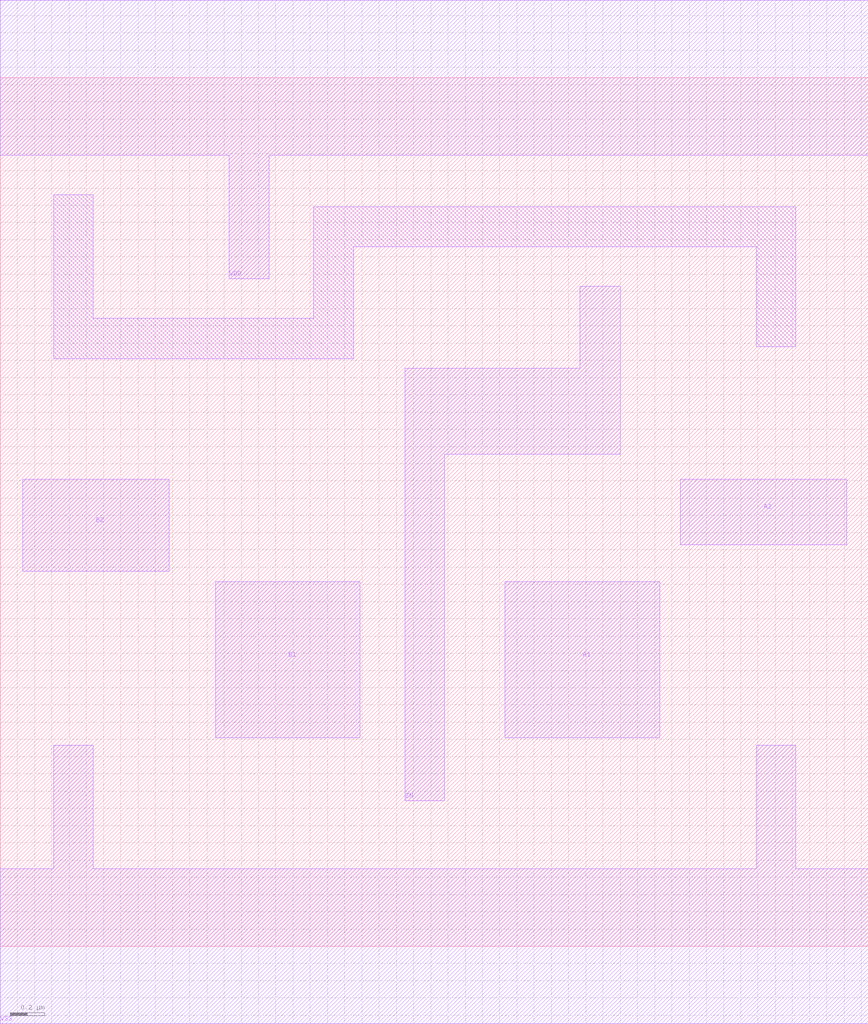
<source format=lef>
# Copyright 2022 GlobalFoundries PDK Authors
#
# Licensed under the Apache License, Version 2.0 (the "License");
# you may not use this file except in compliance with the License.
# You may obtain a copy of the License at
#
#      http://www.apache.org/licenses/LICENSE-2.0
#
# Unless required by applicable law or agreed to in writing, software
# distributed under the License is distributed on an "AS IS" BASIS,
# WITHOUT WARRANTIES OR CONDITIONS OF ANY KIND, either express or implied.
# See the License for the specific language governing permissions and
# limitations under the License.

MACRO gf180mcu_fd_sc_mcu9t5v0__aoi22_1
  CLASS core ;
  FOREIGN gf180mcu_fd_sc_mcu9t5v0__aoi22_1 0.0 0.0 ;
  ORIGIN 0 0 ;
  SYMMETRY X Y ;
  SITE GF018hv5v_green_sc9 ;
  SIZE 5.04 BY 5.04 ;
  PIN A1
    DIRECTION INPUT ;
    ANTENNAGATEAREA 1.707 ;
    PORT
      LAYER METAL1 ;
        POLYGON 2.93 1.21 3.83 1.21 3.83 2.115 2.93 2.115  ;
    END
  END A1
  PIN A2
    DIRECTION INPUT ;
    ANTENNAGATEAREA 1.707 ;
    PORT
      LAYER METAL1 ;
        POLYGON 3.95 2.33 4.915 2.33 4.915 2.71 3.95 2.71  ;
    END
  END A2
  PIN B1
    DIRECTION INPUT ;
    ANTENNAGATEAREA 1.707 ;
    PORT
      LAYER METAL1 ;
        POLYGON 1.25 1.21 2.09 1.21 2.09 2.115 1.25 2.115  ;
    END
  END B1
  PIN B2
    DIRECTION INPUT ;
    ANTENNAGATEAREA 1.707 ;
    PORT
      LAYER METAL1 ;
        POLYGON 0.13 2.175 0.98 2.175 0.98 2.71 0.13 2.71  ;
    END
  END B2
  PIN ZN
    DIRECTION OUTPUT ;
    ANTENNADIFFAREA 1.638 ;
    PORT
      LAYER METAL1 ;
        POLYGON 2.35 0.845 2.58 0.845 2.58 2.855 3.6 2.855 3.6 3.83 3.365 3.83 3.365 3.355 2.35 3.355  ;
    END
  END ZN
  PIN VDD
    DIRECTION INOUT ;
    USE power ;
    SHAPE ABUTMENT ;
    PORT
      LAYER METAL1 ;
        POLYGON 0 4.59 1.33 4.59 1.33 3.875 1.56 3.875 1.56 4.59 4.62 4.59 5.04 4.59 5.04 5.49 4.62 5.49 0 5.49  ;
    END
  END VDD
  PIN VSS
    DIRECTION INOUT ;
    USE ground ;
    SHAPE ABUTMENT ;
    PORT
      LAYER METAL1 ;
        POLYGON 0 -0.45 5.04 -0.45 5.04 0.45 4.62 0.45 4.62 1.165 4.39 1.165 4.39 0.45 0.54 0.45 0.54 1.165 0.31 1.165 0.31 0.45 0 0.45  ;
    END
  END VSS
  OBS
      LAYER METAL1 ;
        POLYGON 0.31 3.41 2.05 3.41 2.05 4.06 4.39 4.06 4.39 3.48 4.62 3.48 4.62 4.29 1.82 4.29 1.82 3.645 0.54 3.645 0.54 4.36 0.31 4.36  ;
  END
END gf180mcu_fd_sc_mcu9t5v0__aoi22_1

</source>
